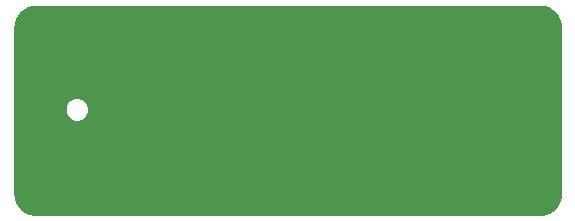
<source format=gbr>
G04 #@! TF.GenerationSoftware,KiCad,Pcbnew,(5.0.2-4-gb601aea34)*
G04 #@! TF.CreationDate,2019-09-30T13:15:35-05:00*
G04 #@! TF.ProjectId,mic switch,6d696320-7377-4697-9463-682e6b696361,rev?*
G04 #@! TF.SameCoordinates,Original*
G04 #@! TF.FileFunction,Copper,L2,Bot*
G04 #@! TF.FilePolarity,Positive*
%FSLAX46Y46*%
G04 Gerber Fmt 4.6, Leading zero omitted, Abs format (unit mm)*
G04 Created by KiCad (PCBNEW (5.0.2-4-gb601aea34)) date Monday, September 30, 2019 at 01:15:35 PM*
%MOMM*%
%LPD*%
G01*
G04 APERTURE LIST*
G04 #@! TA.AperFunction,ViaPad*
%ADD10C,0.685800*%
G04 #@! TD*
G04 #@! TA.AperFunction,Conductor*
%ADD11C,0.254000*%
G04 #@! TD*
G04 APERTURE END LIST*
D10*
G04 #@! TO.N,GND*
X169926000Y-94234000D03*
G04 #@! TD*
D11*
G04 #@! TO.N,GND*
G36*
X175615024Y-85274750D02*
X175724364Y-85275998D01*
X175843271Y-85280003D01*
X175970104Y-85288265D01*
X176102355Y-85302154D01*
X176236946Y-85322847D01*
X176370670Y-85351257D01*
X176500405Y-85387987D01*
X176623649Y-85433424D01*
X176742257Y-85489408D01*
X176859923Y-85558135D01*
X176976177Y-85639577D01*
X177088465Y-85732260D01*
X177194433Y-85834406D01*
X177291901Y-85943946D01*
X177378949Y-86058612D01*
X177453927Y-86175907D01*
X177515853Y-86293764D01*
X177566012Y-86414275D01*
X177606837Y-86541027D01*
X177639191Y-86673233D01*
X177663492Y-86807804D01*
X177680515Y-86941570D01*
X177691318Y-87071382D01*
X177697185Y-87194349D01*
X177699564Y-87308423D01*
X177700000Y-87411912D01*
X177700000Y-90510628D01*
X177700001Y-91415911D01*
X177700000Y-91415915D01*
X177700001Y-92410669D01*
X177700000Y-92410673D01*
X177700001Y-93459108D01*
X177700000Y-93459112D01*
X177700001Y-94525442D01*
X177700000Y-94525446D01*
X177700001Y-95573882D01*
X177700000Y-95573886D01*
X177700001Y-96568640D01*
X177700000Y-96568644D01*
X177700001Y-97473927D01*
X177700000Y-97473931D01*
X177700000Y-100717421D01*
X177699564Y-100820910D01*
X177697185Y-100934984D01*
X177691318Y-101057950D01*
X177680515Y-101187762D01*
X177663492Y-101321530D01*
X177639191Y-101456100D01*
X177606837Y-101588306D01*
X177566011Y-101715061D01*
X177515855Y-101835564D01*
X177453927Y-101953425D01*
X177378949Y-102070720D01*
X177291901Y-102185387D01*
X177194433Y-102294927D01*
X177088470Y-102397068D01*
X176976177Y-102489755D01*
X176859919Y-102571201D01*
X176742256Y-102639924D01*
X176623650Y-102695909D01*
X176500405Y-102741346D01*
X176370670Y-102778076D01*
X176236946Y-102806486D01*
X176102355Y-102827179D01*
X175970111Y-102841068D01*
X175843254Y-102849330D01*
X175724375Y-102853335D01*
X175614987Y-102854583D01*
X175518405Y-102854666D01*
X133730820Y-102854666D01*
X133634092Y-102854597D01*
X133525217Y-102853428D01*
X133406658Y-102849561D01*
X133280082Y-102841497D01*
X133148009Y-102827859D01*
X133013447Y-102807457D01*
X132879617Y-102779367D01*
X132749667Y-102742978D01*
X132626173Y-102697913D01*
X132507451Y-102642397D01*
X132389775Y-102574200D01*
X132273415Y-102493240D01*
X132160917Y-102400971D01*
X132054655Y-102299168D01*
X131956810Y-102189882D01*
X131869319Y-102075385D01*
X131793821Y-101958130D01*
X131731382Y-101840301D01*
X131680802Y-101719979D01*
X131639631Y-101593498D01*
X131606946Y-101461459D01*
X131582333Y-101326910D01*
X131565040Y-101193064D01*
X131554013Y-101063054D01*
X131547973Y-100939742D01*
X131545483Y-100825280D01*
X131545001Y-100721259D01*
X131545000Y-100633191D01*
X131545000Y-93774126D01*
X135729000Y-93774126D01*
X135729000Y-94185874D01*
X135886569Y-94566280D01*
X136177720Y-94857431D01*
X136558126Y-95015000D01*
X136969874Y-95015000D01*
X137350280Y-94857431D01*
X137641431Y-94566280D01*
X137799000Y-94185874D01*
X137799000Y-93774126D01*
X137641431Y-93393720D01*
X137350280Y-93102569D01*
X136969874Y-92945000D01*
X136558126Y-92945000D01*
X136177720Y-93102569D01*
X135886569Y-93393720D01*
X135729000Y-93774126D01*
X131545000Y-93774126D01*
X131545000Y-87457223D01*
X131545001Y-87408072D01*
X131545483Y-87304053D01*
X131547973Y-87189591D01*
X131554013Y-87066278D01*
X131565040Y-86936271D01*
X131582333Y-86802421D01*
X131606944Y-86667880D01*
X131639633Y-86535829D01*
X131680801Y-86409355D01*
X131731382Y-86289032D01*
X131793823Y-86171199D01*
X131869314Y-86053954D01*
X131956812Y-85939449D01*
X132054655Y-85830165D01*
X132160919Y-85728361D01*
X132273415Y-85636091D01*
X132389769Y-85555136D01*
X132507454Y-85486934D01*
X132626168Y-85431421D01*
X132749666Y-85386355D01*
X132879617Y-85349966D01*
X133013447Y-85321876D01*
X133148009Y-85301474D01*
X133280089Y-85287835D01*
X133406662Y-85279770D01*
X133525216Y-85275905D01*
X133634085Y-85274736D01*
X133730678Y-85274666D01*
X175517707Y-85274666D01*
X175615024Y-85274750D01*
X175615024Y-85274750D01*
G37*
X175615024Y-85274750D02*
X175724364Y-85275998D01*
X175843271Y-85280003D01*
X175970104Y-85288265D01*
X176102355Y-85302154D01*
X176236946Y-85322847D01*
X176370670Y-85351257D01*
X176500405Y-85387987D01*
X176623649Y-85433424D01*
X176742257Y-85489408D01*
X176859923Y-85558135D01*
X176976177Y-85639577D01*
X177088465Y-85732260D01*
X177194433Y-85834406D01*
X177291901Y-85943946D01*
X177378949Y-86058612D01*
X177453927Y-86175907D01*
X177515853Y-86293764D01*
X177566012Y-86414275D01*
X177606837Y-86541027D01*
X177639191Y-86673233D01*
X177663492Y-86807804D01*
X177680515Y-86941570D01*
X177691318Y-87071382D01*
X177697185Y-87194349D01*
X177699564Y-87308423D01*
X177700000Y-87411912D01*
X177700000Y-90510628D01*
X177700001Y-91415911D01*
X177700000Y-91415915D01*
X177700001Y-92410669D01*
X177700000Y-92410673D01*
X177700001Y-93459108D01*
X177700000Y-93459112D01*
X177700001Y-94525442D01*
X177700000Y-94525446D01*
X177700001Y-95573882D01*
X177700000Y-95573886D01*
X177700001Y-96568640D01*
X177700000Y-96568644D01*
X177700001Y-97473927D01*
X177700000Y-97473931D01*
X177700000Y-100717421D01*
X177699564Y-100820910D01*
X177697185Y-100934984D01*
X177691318Y-101057950D01*
X177680515Y-101187762D01*
X177663492Y-101321530D01*
X177639191Y-101456100D01*
X177606837Y-101588306D01*
X177566011Y-101715061D01*
X177515855Y-101835564D01*
X177453927Y-101953425D01*
X177378949Y-102070720D01*
X177291901Y-102185387D01*
X177194433Y-102294927D01*
X177088470Y-102397068D01*
X176976177Y-102489755D01*
X176859919Y-102571201D01*
X176742256Y-102639924D01*
X176623650Y-102695909D01*
X176500405Y-102741346D01*
X176370670Y-102778076D01*
X176236946Y-102806486D01*
X176102355Y-102827179D01*
X175970111Y-102841068D01*
X175843254Y-102849330D01*
X175724375Y-102853335D01*
X175614987Y-102854583D01*
X175518405Y-102854666D01*
X133730820Y-102854666D01*
X133634092Y-102854597D01*
X133525217Y-102853428D01*
X133406658Y-102849561D01*
X133280082Y-102841497D01*
X133148009Y-102827859D01*
X133013447Y-102807457D01*
X132879617Y-102779367D01*
X132749667Y-102742978D01*
X132626173Y-102697913D01*
X132507451Y-102642397D01*
X132389775Y-102574200D01*
X132273415Y-102493240D01*
X132160917Y-102400971D01*
X132054655Y-102299168D01*
X131956810Y-102189882D01*
X131869319Y-102075385D01*
X131793821Y-101958130D01*
X131731382Y-101840301D01*
X131680802Y-101719979D01*
X131639631Y-101593498D01*
X131606946Y-101461459D01*
X131582333Y-101326910D01*
X131565040Y-101193064D01*
X131554013Y-101063054D01*
X131547973Y-100939742D01*
X131545483Y-100825280D01*
X131545001Y-100721259D01*
X131545000Y-100633191D01*
X131545000Y-93774126D01*
X135729000Y-93774126D01*
X135729000Y-94185874D01*
X135886569Y-94566280D01*
X136177720Y-94857431D01*
X136558126Y-95015000D01*
X136969874Y-95015000D01*
X137350280Y-94857431D01*
X137641431Y-94566280D01*
X137799000Y-94185874D01*
X137799000Y-93774126D01*
X137641431Y-93393720D01*
X137350280Y-93102569D01*
X136969874Y-92945000D01*
X136558126Y-92945000D01*
X136177720Y-93102569D01*
X135886569Y-93393720D01*
X135729000Y-93774126D01*
X131545000Y-93774126D01*
X131545000Y-87457223D01*
X131545001Y-87408072D01*
X131545483Y-87304053D01*
X131547973Y-87189591D01*
X131554013Y-87066278D01*
X131565040Y-86936271D01*
X131582333Y-86802421D01*
X131606944Y-86667880D01*
X131639633Y-86535829D01*
X131680801Y-86409355D01*
X131731382Y-86289032D01*
X131793823Y-86171199D01*
X131869314Y-86053954D01*
X131956812Y-85939449D01*
X132054655Y-85830165D01*
X132160919Y-85728361D01*
X132273415Y-85636091D01*
X132389769Y-85555136D01*
X132507454Y-85486934D01*
X132626168Y-85431421D01*
X132749666Y-85386355D01*
X132879617Y-85349966D01*
X133013447Y-85321876D01*
X133148009Y-85301474D01*
X133280089Y-85287835D01*
X133406662Y-85279770D01*
X133525216Y-85275905D01*
X133634085Y-85274736D01*
X133730678Y-85274666D01*
X175517707Y-85274666D01*
X175615024Y-85274750D01*
G04 #@! TD*
M02*

</source>
